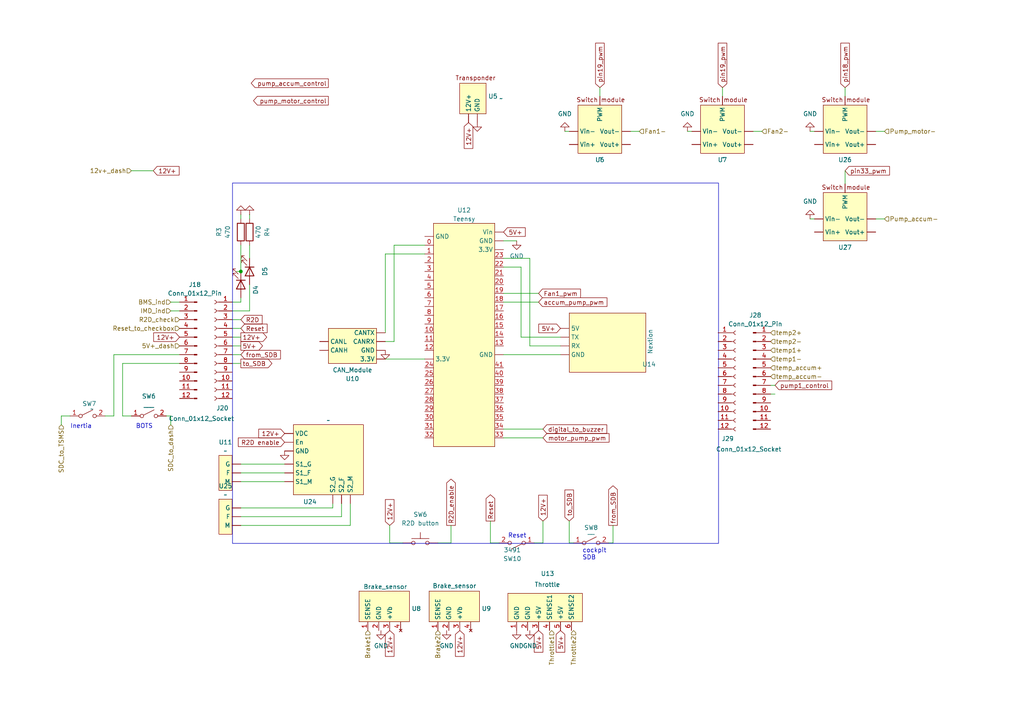
<source format=kicad_sch>
(kicad_sch (version 20231120) (generator "eeschema") (generator_version "8.0")
  (paper "A4")
  (lib_symbols
    (symbol "Connector:Conn_01x12_Pin" (pin_names (offset 1.016) hide)
      (property "Reference" "J" (at 0 15.24 0))
      (property "Value" "Conn_01x12_Pin" (at 0 -17.78 0))
      (symbol "Conn_01x12_Pin_1_1"
        (polyline (pts (xy 1.27 -15.24) (xy 0.8636 -15.24)) (stroke (width 0.1524)))
        (polyline (pts (xy 1.27 -12.7) (xy 0.8636 -12.7)) (stroke (width 0.1524)))
        (polyline (pts (xy 1.27 -10.16) (xy 0.8636 -10.16)) (stroke (width 0.1524)))
        (polyline (pts (xy 1.27 -7.62) (xy 0.8636 -7.62)) (stroke (width 0.1524)))
        (polyline (pts (xy 1.27 -5.08) (xy 0.8636 -5.08)) (stroke (width 0.1524)))
        (polyline (pts (xy 1.27 -2.54) (xy 0.8636 -2.54)) (stroke (width 0.1524)))
        (polyline (pts (xy 1.27 0) (xy 0.8636 0)) (stroke (width 0.1524)))
        (polyline (pts (xy 1.27 2.54) (xy 0.8636 2.54)) (stroke (width 0.1524)))
        (polyline (pts (xy 1.27 5.08) (xy 0.8636 5.08)) (stroke (width 0.1524)))
        (polyline (pts (xy 1.27 7.62) (xy 0.8636 7.62)) (stroke (width 0.1524)))
        (polyline (pts (xy 1.27 10.16) (xy 0.8636 10.16)) (stroke (width 0.1524)))
        (polyline (pts (xy 1.27 12.7) (xy 0.8636 12.7)) (stroke (width 0.1524)))
        (rectangle (start 0.8636 -15.113) (end 0 -15.367) (stroke (width 0.1524)) (fill (type outline)))
        (rectangle (start 0.8636 -12.573) (end 0 -12.827) (stroke (width 0.1524)) (fill (type outline)))
        (rectangle (start 0.8636 -10.033) (end 0 -10.287) (stroke (width 0.1524)) (fill (type outline)))
        (rectangle (start 0.8636 -7.493) (end 0 -7.747) (stroke (width 0.1524)) (fill (type outline)))
        (rectangle (start 0.8636 -4.953) (end 0 -5.207) (stroke (width 0.1524)) (fill (type outline)))
        (rectangle (start 0.8636 -2.413) (end 0 -2.667) (stroke (width 0.1524)) (fill (type outline)))
        (rectangle (start 0.8636 0.127) (end 0 -0.127) (stroke (width 0.1524)) (fill (type outline)))
        (rectangle (start 0.8636 2.667) (end 0 2.413) (stroke (width 0.1524)) (fill (type outline)))
        (rectangle (start 0.8636 5.207) (end 0 4.953) (stroke (width 0.1524)) (fill (type outline)))
        (rectangle (start 0.8636 7.747) (end 0 7.493) (stroke (width 0.1524)) (fill (type outline)))
        (rectangle (start 0.8636 10.287) (end 0 10.033) (stroke (width 0.1524)) (fill (type outline)))
        (rectangle (start 0.8636 12.827) (end 0 12.573) (stroke (width 0.1524)) (fill (type outline)))
        (pin passive line (at 5.08 12.7 180) (length 3.81) (name "Pin_1") (number "1"))
        (pin passive line (at 5.08 -10.16 180) (length 3.81) (name "Pin_10") (number "10"))
        (pin passive line (at 5.08 -12.7 180) (length 3.81) (name "Pin_11") (number "11"))
        (pin passive line (at 5.08 -15.24 180) (length 3.81) (name "Pin_12") (number "12"))
        (pin passive line (at 5.08 10.16 180) (length 3.81) (name "Pin_2") (number "2"))
        (pin passive line (at 5.08 7.62 180) (length 3.81) (name "Pin_3") (number "3"))
        (pin passive line (at 5.08 5.08 180) (length 3.81) (name "Pin_4") (number "4"))
        (pin passive line (at 5.08 2.54 180) (length 3.81) (name "Pin_5") (number "5"))
        (pin passive line (at 5.08 0 180) (length 3.81) (name "Pin_6") (number "6"))
        (pin passive line (at 5.08 -2.54 180) (length 3.81) (name "Pin_7") (number "7"))
        (pin passive line (at 5.08 -5.08 180) (length 3.81) (name "Pin_8") (number "8"))
        (pin passive line (at 5.08 -7.62 180) (length 3.81) (name "Pin_9") (number "9"))
      )
    )
    (symbol "Connector:Conn_01x12_Socket" (pin_names (offset 1.016) hide)
      (property "Reference" "J" (at 0 15.24 0))
      (property "Value" "Conn_01x12_Socket" (at 0 -17.78 0))
      (symbol "Conn_01x12_Socket_1_1"
        (arc (start 0 -14.732) (mid -0.5058 -15.24) (end 0 -15.748) (stroke (width 0.1524)))
        (arc (start 0 -12.192) (mid -0.5058 -12.7) (end 0 -13.208) (stroke (width 0.1524)))
        (arc (start 0 -9.652) (mid -0.5058 -10.16) (end 0 -10.668) (stroke (width 0.1524)))
        (arc (start 0 -7.112) (mid -0.5058 -7.62) (end 0 -8.128) (stroke (width 0.1524)))
        (arc (start 0 -4.572) (mid -0.5058 -5.08) (end 0 -5.588) (stroke (width 0.1524)))
        (arc (start 0 -2.032) (mid -0.5058 -2.54) (end 0 -3.048) (stroke (width 0.1524)))
        (polyline (pts (xy -1.27 -15.24) (xy -0.508 -15.24)) (stroke (width 0.1524)))
        (polyline (pts (xy -1.27 -12.7) (xy -0.508 -12.7)) (stroke (width 0.1524)))
        (polyline (pts (xy -1.27 -10.16) (xy -0.508 -10.16)) (stroke (width 0.1524)))
        (polyline (pts (xy -1.27 -7.62) (xy -0.508 -7.62)) (stroke (width 0.1524)))
        (polyline (pts (xy -1.27 -5.08) (xy -0.508 -5.08)) (stroke (width 0.1524)))
        (polyline (pts (xy -1.27 -2.54) (xy -0.508 -2.54)) (stroke (width 0.1524)))
        (polyline (pts (xy -1.27 0) (xy -0.508 0)) (stroke (width 0.1524)))
        (polyline (pts (xy -1.27 2.54) (xy -0.508 2.54)) (stroke (width 0.1524)))
        (polyline (pts (xy -1.27 5.08) (xy -0.508 5.08)) (stroke (width 0.1524)))
        (polyline (pts (xy -1.27 7.62) (xy -0.508 7.62)) (stroke (width 0.1524)))
        (polyline (pts (xy -1.27 10.16) (xy -0.508 10.16)) (stroke (width 0.1524)))
        (polyline (pts (xy -1.27 12.7) (xy -0.508 12.7)) (stroke (width 0.1524)))
        (arc (start 0 0.508) (mid -0.5058 0) (end 0 -0.508) (stroke (width 0.1524)))
        (arc (start 0 3.048) (mid -0.5058 2.54) (end 0 2.032) (stroke (width 0.1524)))
        (arc (start 0 5.588) (mid -0.5058 5.08) (end 0 4.572) (stroke (width 0.1524)))
        (arc (start 0 8.128) (mid -0.5058 7.62) (end 0 7.112) (stroke (width 0.1524)))
        (arc (start 0 10.668) (mid -0.5058 10.16) (end 0 9.652) (stroke (width 0.1524)))
        (arc (start 0 13.208) (mid -0.5058 12.7) (end 0 12.192) (stroke (width 0.1524)))
        (pin passive line (at -5.08 12.7 0) (length 3.81) (name "Pin_1") (number "1"))
        (pin passive line (at -5.08 -10.16 0) (length 3.81) (name "Pin_10") (number "10"))
        (pin passive line (at -5.08 -12.7 0) (length 3.81) (name "Pin_11") (number "11"))
        (pin passive line (at -5.08 -15.24 0) (length 3.81) (name "Pin_12") (number "12"))
        (pin passive line (at -5.08 10.16 0) (length 3.81) (name "Pin_2") (number "2"))
        (pin passive line (at -5.08 7.62 0) (length 3.81) (name "Pin_3") (number "3"))
        (pin passive line (at -5.08 5.08 0) (length 3.81) (name "Pin_4") (number "4"))
        (pin passive line (at -5.08 2.54 0) (length 3.81) (name "Pin_5") (number "5"))
        (pin passive line (at -5.08 0 0) (length 3.81) (name "Pin_6") (number "6"))
        (pin passive line (at -5.08 -2.54 0) (length 3.81) (name "Pin_7") (number "7"))
        (pin passive line (at -5.08 -5.08 0) (length 3.81) (name "Pin_8") (number "8"))
        (pin passive line (at -5.08 -7.62 0) (length 3.81) (name "Pin_9") (number "9"))
      )
    )
    (symbol "Device:LED" (pin_numbers hide) (pin_names (offset 1.016) hide)
      (property "Reference" "D" (at 0 2.54 0))
      (property "Value" "LED" (at 0 -2.54 0))
      (symbol "LED_0_1"
        (polyline (pts (xy -1.27 -1.27) (xy -1.27 1.27)) (stroke (width 0.254)))
        (polyline (pts (xy -1.27 0) (xy 1.27 0)))
        (polyline (pts (xy 1.27 -1.27) (xy 1.27 1.27) (xy -1.27 0) (xy 1.27 -1.27)) (stroke (width 0.254)))
        (polyline (pts (xy -3.048 -0.762) (xy -4.572 -2.286) (xy -3.81 -2.286) (xy -4.572 -2.286) (xy -4.572 -1.524)))
        (polyline (pts (xy -1.778 -0.762) (xy -3.302 -2.286) (xy -2.54 -2.286) (xy -3.302 -2.286) (xy -3.302 -1.524)))
      )
      (symbol "LED_1_1"
        (pin passive line (at -3.81 0 0) (length 2.54) (name "K") (number "1"))
        (pin passive line (at 3.81 0 180) (length 2.54) (name "A") (number "2"))
      )
    )
    (symbol "Device:R" (pin_numbers hide) (pin_names (offset 0))
      (property "Reference" "R" (at 2.032 0 90))
      (property "Value" "R" (at 0 0 90))
      (symbol "R_0_1"
        (rectangle (start -1.016 -2.54) (end 1.016 2.54) (stroke (width 0.254)))
      )
      (symbol "R_1_1"
        (pin passive line (at 0 3.81 270) (length 1.27) (name "~") (number "1"))
        (pin passive line (at 0 -3.81 90) (length 1.27) (name "~") (number "2"))
      )
    )
    (symbol "FSAE:Buzzer"
      (property "Reference" "U" (at 0 0 0))
      (symbol "Buzzer_1_1"
        (rectangle (start -10.16 8.89) (end 0 5.08) (fill (type background)))
        (pin input line (at -5.08 2.54 90) (length 2.54) (name "F") (number ""))
        (pin input line (at -7.62 2.54 90) (length 2.54) (name "G") (number ""))
        (pin input line (at -2.54 2.54 90) (length 2.54) (name "M") (number ""))
      )
    )
    (symbol "FSAE:Buzzer_board"
      (property "Reference" "U" (at 0 0 0))
      (symbol "Buzzer_board_1_1"
        (rectangle (start -11.43 22.86) (end 8.89 2.54) (fill (type background)))
        (pin input line (at 11.43 17.78 180) (length 2.54) (name "En") (number ""))
        (pin input line (at 11.43 15.24 180) (length 2.54) (name "GND") (number ""))
        (pin input line (at 11.43 8.89 180) (length 2.54) (name "S1_F") (number ""))
        (pin input line (at 11.43 11.43 180) (length 2.54) (name "S1_G") (number ""))
        (pin input line (at 11.43 6.35 180) (length 2.54) (name "S1_M") (number ""))
        (pin input line (at -5.08 0 90) (length 2.54) (name "S2_F") (number ""))
        (pin input line (at -2.54 0 90) (length 2.54) (name "S2_G") (number ""))
        (pin input line (at -7.62 0 90) (length 2.54) (name "S2_M") (number ""))
        (pin input line (at 11.43 20.32 180) (length 2.54) (name "VDC") (number ""))
      )
    )
    (symbol "FSAE:CAN_Module"
      (property "Reference" "U" (at 0 0 0))
      (property "Value" "CAN_Module" (at 0 -2.54 0))
      (symbol "CAN_Module_0_1"
        (rectangle (start -6.35 11.43) (end 7.62 1.27) (fill (type background)))
      )
      (symbol "CAN_Module_1_1"
        (pin power_in line (at -8.89 10.16 0) (length 2.54) (name "3.3V") (number ""))
        (pin bidirectional line (at 10.16 7.62 180) (length 2.54) (name "CANH") (number ""))
        (pin bidirectional line (at 10.16 5.08 180) (length 2.54) (name "CANL") (number ""))
        (pin bidirectional line (at -8.89 5.08 0) (length 2.54) (name "CANRX") (number ""))
        (pin bidirectional line (at -8.89 2.54 0) (length 2.54) (name "CANTX") (number ""))
        (pin bidirectional line (at -8.89 7.62 0) (length 2.54) (name "GND") (number ""))
      )
    )
    (symbol "FSAE:Nextion"
      (property "Reference" "U" (at 0 0 0))
      (symbol "Nextion_0_1"
        (rectangle (start -8.89 23.495) (end 8.255 1.27) (fill (type background)))
      )
      (symbol "Nextion_1_1"
        (pin input line (at 3.81 26.035 270) (length 2.54) (name "5V") (number ""))
        (pin bidirectional line (at -3.81 26.035 270) (length 2.54) (name "GND") (number ""))
        (pin input line (at -1.27 26.035 270) (length 2.54) (name "RX") (number ""))
        (pin output line (at 1.27 26.035 270) (length 2.54) (name "TX") (number ""))
      )
    )
    (symbol "FSAE:Teensy"
      (property "Reference" "U" (at 0 -8.89 0))
      (property "Value" "Teensy" (at 0 -10.16 0))
      (symbol "Teensy_0_1"
        (rectangle (start -8.89 57.15) (end 8.89 -7.62) (fill (type background)))
      )
      (symbol "Teensy_1_1"
        (pin power_out line (at -11.43 17.78 0) (length 2.54) (name "3.3V") (number ""))
        (pin power_out line (at 11.43 49.53 180) (length 2.54) (name "3.3V") (number ""))
        (pin bidirectional line (at -11.43 53.34 0) (length 2.54) (name "GND") (number ""))
        (pin bidirectional line (at 11.43 19.05 180) (length 2.54) (name "GND") (number ""))
        (pin bidirectional line (at 11.43 52.07 180) (length 2.54) (name "GND") (number ""))
        (pin power_in line (at 11.43 54.61 180) (length 2.54) (name "Vin") (number ""))
        (pin bidirectional line (at -11.43 50.8 0) (length 2.54) (name "") (number "0"))
        (pin bidirectional line (at -11.43 48.26 0) (length 2.54) (name "") (number "1"))
        (pin bidirectional line (at -11.43 25.4 0) (length 2.54) (name "") (number "10"))
        (pin bidirectional line (at -11.43 22.86 0) (length 2.54) (name "") (number "11"))
        (pin bidirectional line (at -11.43 20.32 0) (length 2.54) (name "") (number "12"))
        (pin bidirectional line (at 11.43 21.59 180) (length 2.54) (name "") (number "13"))
        (pin bidirectional line (at 11.43 24.13 180) (length 2.54) (name "") (number "14"))
        (pin bidirectional line (at 11.43 26.67 180) (length 2.54) (name "") (number "15"))
        (pin bidirectional line (at 11.43 29.21 180) (length 2.54) (name "") (number "16"))
        (pin bidirectional line (at 11.43 31.75 180) (length 2.54) (name "") (number "17"))
        (pin bidirectional line (at 11.43 34.29 180) (length 2.54) (name "") (number "18"))
        (pin bidirectional line (at 11.43 36.83 180) (length 2.54) (name "") (number "19"))
        (pin bidirectional line (at -11.43 45.72 0) (length 2.54) (name "") (number "2"))
        (pin bidirectional line (at 11.43 39.37 180) (length 2.54) (name "") (number "20"))
        (pin bidirectional line (at 11.43 41.91 180) (length 2.54) (name "") (number "21"))
        (pin bidirectional line (at 11.43 44.45 180) (length 2.54) (name "") (number "22"))
        (pin bidirectional line (at 11.43 46.99 180) (length 2.54) (name "") (number "23"))
        (pin bidirectional line (at -11.43 15.24 0) (length 2.54) (name "") (number "24"))
        (pin bidirectional line (at -11.43 12.7 0) (length 2.54) (name "") (number "25"))
        (pin bidirectional line (at -11.43 10.16 0) (length 2.54) (name "") (number "26"))
        (pin bidirectional line (at -11.43 7.62 0) (length 2.54) (name "") (number "27"))
        (pin bidirectional line (at -11.43 5.08 0) (length 2.54) (name "") (number "28"))
        (pin bidirectional line (at -11.43 2.54 0) (length 2.54) (name "") (number "29"))
        (pin bidirectional line (at -11.43 43.18 0) (length 2.54) (name "") (number "3"))
        (pin bidirectional line (at -11.43 0 0) (length 2.54) (name "") (number "30"))
        (pin bidirectional line (at -11.43 -2.54 0) (length 2.54) (name "") (number "31"))
        (pin bidirectional line (at -11.43 -5.08 0) (length 2.54) (name "") (number "32"))
        (pin bidirectional line (at 11.43 -5.08 180) (length 2.54) (name "") (number "33"))
        (pin bidirectional line (at 11.43 -2.54 180) (length 2.54) (name "") (number "34"))
        (pin bidirectional line (at 11.43 0 180) (length 2.54) (name "") (number "35"))
        (pin bidirectional line (at 11.43 2.54 180) (length 2.54) (name "") (number "36"))
        (pin bidirectional line (at 11.43 5.08 180) (length 2.54) (name "") (number "37"))
        (pin bidirectional line (at 11.43 7.62 180) (length 2.54) (name "") (number "38"))
        (pin bidirectional line (at 11.43 10.16 180) (length 2.54) (name "") (number "39"))
        (pin bidirectional line (at -11.43 40.64 0) (length 2.54) (name "") (number "4"))
        (pin bidirectional line (at 11.43 12.7 180) (length 2.54) (name "") (number "40"))
        (pin bidirectional line (at 11.43 15.24 180) (length 2.54) (name "") (number "41"))
        (pin bidirectional line (at -11.43 38.1 0) (length 2.54) (name "") (number "5"))
        (pin bidirectional line (at -11.43 35.56 0) (length 2.54) (name "") (number "6"))
        (pin bidirectional line (at -11.43 33.02 0) (length 2.54) (name "") (number "7"))
        (pin bidirectional line (at -11.43 30.48 0) (length 2.54) (name "") (number "8"))
        (pin bidirectional line (at -11.43 27.94 0) (length 2.54) (name "") (number "9"))
      )
    )
    (symbol "FSAE:Transponder"
      (property "Reference" "U" (at 0 0 0))
      (symbol "Transponder_1_1"
        (rectangle (start -2.54 10.16) (end 5.08 1.27) (fill (type background)))
        (text "Transponder" (at 2.032 11.684 0) (effects (font (size 1.27 1.27))))
        (pin input line (at 0 -1.27 90) (length 2.54) (name "12V+") (number ""))
        (pin input line (at 2.54 -1.27 90) (length 2.54) (name "GND") (number ""))
      )
    )
    (symbol "FSAE:brake_pressure"
      (property "Reference" "U17" (at -1.27 5.715 0))
      (property "Value" "~" (at 0 0 0))
      (symbol "brake_pressure_0_1"
        (rectangle (start -16.51 10.795) (end -1.905 1.905) (fill (type background)))
      )
      (symbol "brake_pressure_1_1"
        (pin input line (at -13.97 -0.635 90) (length 2.54) (name "SENSE") (number "1"))
        (pin input line (at -10.795 -0.635 90) (length 2.54) (name "GND") (number "2"))
        (pin input line (at -7.62 -0.635 90) (length 2.54) (name "+Vb") (number "3"))
        (pin no_connect line (at -4.445 -0.635 90) (length 2.54) (name "") (number "4"))
      )
    )
    (symbol "FSAE:switch_moduel"
      (property "Reference" "U" (at 0 0 0))
      (symbol "switch_moduel_1_1"
        (rectangle (start -6.35 19.05) (end 6.35 5.08) (fill (type background)))
        (text "Switch module\n" (at 0.254 3.556 0) (effects (font (size 1.27 1.27))))
        (pin input line (at 0 2.54 90) (length 2.54) (name "PWM") (number ""))
        (pin input line (at -8.89 16.51 0) (length 2.54) (name "Vin+") (number ""))
        (pin input line (at -8.89 12.7 0) (length 2.54) (name "Vin-") (number ""))
        (pin input line (at 8.89 16.51 180) (length 2.54) (name "Vout+") (number ""))
        (pin input line (at 8.89 12.7 180) (length 2.54) (name "Vout-") (number ""))
      )
    )
    (symbol "FSAE:throttle"
      (property "Reference" "U" (at 0 0 0))
      (symbol "throttle_0_1"
        (rectangle (start -11.43 -2.54) (end 10.16 -10.795) (fill (type background)))
      )
      (symbol "throttle_1_1"
        (pin input line (at -8.89 -13.335 90) (length 2.54) (name "GND") (number "1"))
        (pin input line (at -5.715 -13.335 90) (length 2.54) (name "GND") (number "2"))
        (pin input line (at -2.54 -13.335 90) (length 2.54) (name "+5V") (number "3"))
        (pin input line (at 0.635 -13.335 90) (length 2.54) (name "SENSE1") (number "4"))
        (pin input line (at 3.81 -13.335 90) (length 2.54) (name "+5V") (number "5"))
        (pin input line (at 6.985 -13.335 90) (length 2.54) (name "SENSE2") (number "6"))
      )
    )
    (symbol "GND_1" (power) (pin_numbers hide) (pin_names (offset 0) hide)
      (property "Value" "GND" (at 0 -3.81 0))
      (symbol "GND_1_0_1"
        (polyline (pts (xy 0 0) (xy 0 -1.27) (xy 1.27 -1.27) (xy 0 -2.54) (xy -1.27 -1.27) (xy 0 -1.27)))
      )
      (symbol "GND_1_1_1"
        (pin power_in line (at 0 0 270) (length 0) (name "~") (number "1"))
      )
    )
    (symbol "Switch:SW_Push" (pin_numbers hide) (pin_names (offset 1.016) hide)
      (property "Reference" "SW" (at 1.27 2.54 0))
      (property "Value" "SW_Push" (at 0 -1.524 0))
      (symbol "SW_Push_0_1"
        (circle (center -2.032 0) (radius 0.508))
        (polyline (pts (xy 0 1.27) (xy 0 3.048)))
        (polyline (pts (xy 2.54 1.27) (xy -2.54 1.27)))
        (circle (center 2.032 0) (radius 0.508))
        (pin passive line (at -5.08 0 0) (length 2.54) (name "1") (number "1"))
        (pin passive line (at 5.08 0 180) (length 2.54) (name "2") (number "2"))
      )
    )
    (symbol "Switch:SW_SPST" (pin_names (offset 0) hide)
      (property "Reference" "SW" (at 0 3.175 0))
      (property "Value" "SW_SPST" (at 0 -2.54 0))
      (symbol "SW_SPST_0_0"
        (circle (center -2.032 0) (radius 0.508))
        (polyline (pts (xy -1.524 0.254) (xy 1.524 1.778)))
        (circle (center 2.032 0) (radius 0.508))
      )
      (symbol "SW_SPST_1_1"
        (pin passive line (at -5.08 0 0) (length 2.54) (name "A") (number "1"))
        (pin passive line (at 5.08 0 180) (length 2.54) (name "B") (number "2"))
      )
    )
    (symbol "power:GND" (power) (pin_names (offset 0))
      (property "Value" "GND" (at 0 -3.81 0))
      (symbol "GND_0_1"
        (polyline (pts (xy 0 0) (xy 0 -1.27) (xy 1.27 -1.27) (xy 0 -2.54) (xy -1.27 -1.27) (xy 0 -1.27)))
      )
      (symbol "GND_1_1"
        (pin power_in line (at 0 0 270) (length 0) hide (name "GND") (number "1"))
      )
    )
  )
  (junction (at 69.85 78.74))
  (wire (pts (xy 223.52 114.3) (xy 224.79 114.3)))
  (wire (pts (xy 72.39 90.17) (xy 72.39 82.55)))
  (wire (pts (xy 69.85 134.62) (xy 82.55 134.62)))
  (wire (pts (xy 254 38.1) (xy 256.54 38.1)))
  (wire (pts (xy 165.1 151.13) (xy 165.1 157.48)))
  (wire (pts (xy 151.13 77.47) (xy 146.05 77.47)))
  (wire (pts (xy 17.78 120.65) (xy 17.78 123.19)))
  (wire (pts (xy 209.55 27.94) (xy 209.55 25.4)))
  (wire (pts (xy 33.02 120.65) (xy 30.48 120.65)))
  (wire (pts (xy 49.53 90.17) (xy 52.07 90.17)))
  (wire (pts (xy 114.3 71.12) (xy 114.3 99.06)))
  (wire (pts (xy 149.86 69.85) (xy 146.05 69.85)))
  (wire (pts (xy 146.05 87.63) (xy 156.21 87.63)))
  (wire (pts (xy 162.56 102.87) (xy 146.05 102.87)))
  (wire (pts (xy 123.19 104.14) (xy 111.76 104.14)))
  (wire (pts (xy 153.67 100.33) (xy 162.56 100.33)))
  (wire (pts (xy 151.13 97.79) (xy 151.13 77.47)))
  (wire (pts (xy 35.56 120.65) (xy 38.1 120.65)))
  (wire (pts (xy 142.24 157.48) (xy 144.78 157.48)))
  (wire (pts (xy 69.85 62.23) (xy 69.85 63.5)))
  (wire (pts (xy 113.03 157.48) (xy 116.84 157.48)))
  (wire (pts (xy 69.85 78.74) (xy 69.85 71.12)))
  (wire (pts (xy 200.66 38.1) (xy 199.39 38.1)))
  (wire (pts (xy 173.99 27.94) (xy 173.99 25.4)))
  (wire (pts (xy 49.53 87.63) (xy 52.07 87.63)))
  (wire (pts (xy 20.32 120.65) (xy 17.78 120.65)))
  (wire (pts (xy 245.11 27.94) (xy 245.11 25.4)))
  (wire (pts (xy 254 63.5) (xy 256.54 63.5)))
  (wire (pts (xy 146.05 124.46) (xy 157.48 124.46)))
  (wire (pts (xy 157.48 151.13) (xy 157.48 157.48)))
  (wire (pts (xy 113.03 152.4) (xy 113.03 157.48)))
  (wire (pts (xy 67.31 92.71) (xy 69.85 92.71)))
  (wire (pts (xy 153.67 74.93) (xy 153.67 100.33)))
  (wire (pts (xy 218.44 38.1) (xy 220.98 38.1)))
  (wire (pts (xy 96.52 147.32) (xy 96.52 146.05)))
  (wire (pts (xy 52.07 102.87) (xy 33.02 102.87)))
  (wire (pts (xy 99.06 146.05) (xy 99.06 149.86)))
  (wire (pts (xy 165.1 38.1) (xy 163.83 38.1)))
  (wire (pts (xy 69.85 87.63) (xy 69.85 86.36)))
  (wire (pts (xy 69.85 139.7) (xy 82.55 139.7)))
  (wire (pts (xy 69.85 152.4) (xy 101.6 152.4)))
  (wire (pts (xy 146.05 127) (xy 157.48 127)))
  (wire (pts (xy 49.53 120.65) (xy 48.26 120.65)))
  (wire (pts (xy 99.06 149.86) (xy 69.85 149.86)))
  (wire (pts (xy 236.22 63.5) (xy 234.95 63.5)))
  (wire (pts (xy 245.11 53.34) (xy 245.11 49.53)))
  (wire (pts (xy 69.85 100.33) (xy 67.31 100.33)))
  (wire (pts (xy 165.1 157.48) (xy 166.37 157.48)))
  (wire (pts (xy 177.8 157.48) (xy 176.53 157.48)))
  (wire (pts (xy 38.1 49.53) (xy 44.45 49.53)))
  (wire (pts (xy 72.39 62.23) (xy 72.39 63.5)))
  (wire (pts (xy 123.19 73.66) (xy 111.76 73.66)))
  (wire (pts (xy 162.56 97.79) (xy 151.13 97.79)))
  (wire (pts (xy 146.05 85.09) (xy 156.21 85.09)))
  (wire (pts (xy 69.85 105.41) (xy 67.31 105.41)))
  (wire (pts (xy 69.85 147.32) (xy 96.52 147.32)))
  (wire (pts (xy 142.24 151.13) (xy 142.24 157.48)))
  (wire (pts (xy 236.22 38.1) (xy 234.95 38.1)))
  (wire (pts (xy 35.56 105.41) (xy 35.56 120.65)))
  (wire (pts (xy 69.85 78.74) (xy 68.58 78.74)))
  (wire (pts (xy 101.6 152.4) (xy 101.6 146.05)))
  (wire (pts (xy 69.85 87.63) (xy 67.31 87.63)))
  (wire (pts (xy 49.53 123.19) (xy 49.53 120.65)))
  (wire (pts (xy 182.88 38.1) (xy 185.42 38.1)))
  (wire (pts (xy 69.85 137.16) (xy 82.55 137.16)))
  (wire (pts (xy 33.02 102.87) (xy 33.02 120.65)))
  (wire (pts (xy 67.31 90.17) (xy 72.39 90.17)))
  (wire (pts (xy 157.48 157.48) (xy 154.94 157.48)))
  (wire (pts (xy 69.85 102.87) (xy 67.31 102.87)))
  (wire (pts (xy 177.8 152.4) (xy 177.8 157.48)))
  (wire (pts (xy 130.81 152.4) (xy 130.81 157.48)))
  (wire (pts (xy 67.31 97.79) (xy 69.85 97.79)))
  (wire (pts (xy 130.81 157.48) (xy 127 157.48)))
  (wire (pts (xy 223.52 111.76) (xy 224.79 111.76)))
  (wire (pts (xy 114.3 99.06) (xy 111.76 99.06)))
  (wire (pts (xy 146.05 74.93) (xy 153.67 74.93)))
  (wire (pts (xy 111.76 96.52) (xy 111.76 73.66)))
  (wire (pts (xy 72.39 71.12) (xy 72.39 74.93)))
  (wire (pts (xy 67.31 95.25) (xy 69.85 95.25)))
  (wire (pts (xy 123.19 71.12) (xy 114.3 71.12)))
  (wire (pts (xy 35.56 105.41) (xy 52.07 105.41)))
  (rectangle (start 67.437 53.086) (end 208.407 157.607))
  (text "cockpit\nSDB\n" (at 168.91 162.56 0) (effects (font (size 1.27 1.27)) (justify left bottom)))
  (text "Inertia" (at 26.67 124.46 0) (effects (font (size 1.27 1.27)) (justify right bottom)))
  (text "BOTS\n" (at 39.37 124.46 0) (effects (font (size 1.27 1.27)) (justify left bottom)))
  (text "Reset" (at 147.32 156.21 0) (effects (font (size 1.27 1.27)) (justify left bottom)))
  (global_label "5V+" (shape output) (at 69.85 100.33 0) (property "Intersheetrefs" "${INTERSHEET_REFS}" (effects (hide yes))))
  (global_label "from_SDB" (shape input) (at 69.85 102.87 0) (property "Intersheetrefs" "${INTERSHEET_REFS}" (effects (hide yes))))
  (global_label "pin19_pwm" (shape input) (at 209.55 25.4 90) (property "Intersheetrefs" "${INTERSHEET_REFS}" (effects (hide yes))))
  (global_label "accum_pump_pwm" (shape input) (at 156.21 87.63 0) (property "Intersheetrefs" "${INTERSHEET_REFS}" (effects (hide yes))))
  (global_label "12V+" (shape input) (at 113.03 182.88 270) (property "Intersheetrefs" "${INTERSHEET_REFS}" (effects (hide yes))))
  (global_label "12V+" (shape input) (at 157.48 151.13 90) (property "Intersheetrefs" "${INTERSHEET_REFS}" (effects (hide yes))))
  (global_label "to_SDB" (shape output) (at 69.85 105.41 0) (property "Intersheetrefs" "${INTERSHEET_REFS}" (effects (hide yes))))
  (global_label "Fan1_pwm" (shape input) (at 156.21 85.09 0) (property "Intersheetrefs" "${INTERSHEET_REFS}" (effects (hide yes))))
  (global_label "12V+" (shape input) (at 113.03 152.4 90) (property "Intersheetrefs" "${INTERSHEET_REFS}" (effects (hide yes))))
  (global_label "12V+" (shape input) (at 135.89 35.56 270) (property "Intersheetrefs" "${INTERSHEET_REFS}" (effects (hide yes))))
  (global_label "12V+" (shape input) (at 133.35 182.88 270) (property "Intersheetrefs" "${INTERSHEET_REFS}" (effects (hide yes))))
  (global_label "12V+" (shape input) (at 52.07 97.79 180) (property "Intersheetrefs" "${INTERSHEET_REFS}" (effects (hide yes))))
  (global_label "5V+" (shape input) (at 162.56 182.88 270) (property "Intersheetrefs" "${INTERSHEET_REFS}" (effects (hide yes))))
  (global_label "pump1_control" (shape input) (at 224.79 111.76 0) (property "Intersheetrefs" "${INTERSHEET_REFS}" (effects (hide yes))))
  (global_label "from_SDB" (shape output) (at 177.8 152.4 90) (property "Intersheetrefs" "${INTERSHEET_REFS}" (effects (hide yes))))
  (global_label "pin33_pwm" (shape input) (at 245.11 49.53 0) (property "Intersheetrefs" "${INTERSHEET_REFS}" (effects (hide yes))))
  (global_label "12V+" (shape input) (at 44.45 49.53 0) (property "Intersheetrefs" "${INTERSHEET_REFS}" (effects (hide yes))))
  (global_label "pin18_pwm" (shape input) (at 245.11 25.4 90) (property "Intersheetrefs" "${INTERSHEET_REFS}" (effects (hide yes))))
  (global_label "pin19_pwm" (shape input) (at 173.99 25.4 90) (property "Intersheetrefs" "${INTERSHEET_REFS}" (effects (hide yes))))
  (global_label "5V+" (shape input) (at 146.05 67.31 0) (property "Intersheetrefs" "${INTERSHEET_REFS}" (effects (hide yes))))
  (global_label "5V+" (shape input) (at 156.21 182.88 270) (property "Intersheetrefs" "${INTERSHEET_REFS}" (effects (hide yes))))
  (global_label "R2D_enable" (shape output) (at 130.81 152.4 90) (property "Intersheetrefs" "${INTERSHEET_REFS}" (effects (hide yes))))
  (global_label "motor_pump_pwm" (shape input) (at 157.48 127 0) (property "Intersheetrefs" "${INTERSHEET_REFS}" (effects (hide yes))))
  (global_label "Reset" (shape input) (at 69.85 95.25 0) (property "Intersheetrefs" "${INTERSHEET_REFS}" (effects (hide yes))))
  (global_label "R2D enable" (shape input) (at 82.55 128.27 180) (property "Intersheetrefs" "${INTERSHEET_REFS}" (effects (hide yes))))
  (global_label "pump_motor_control" (shape output) (at 95.25 29.21 180) (property "Intersheetrefs" "${INTERSHEET_REFS}" (effects (hide yes))))
  (global_label "digital_to_buzzer" (shape input) (at 157.48 124.46 0) (property "Intersheetrefs" "${INTERSHEET_REFS}" (effects (hide yes))))
  (global_label "12V+" (shape input) (at 82.55 125.73 180) (property "Intersheetrefs" "${INTERSHEET_REFS}" (effects (hide yes))))
  (global_label "pump_accum_control" (shape output) (at 95.25 24.13 180) (property "Intersheetrefs" "${INTERSHEET_REFS}" (effects (hide yes))))
  (global_label "5V+" (shape input) (at 162.56 95.25 180) (property "Intersheetrefs" "${INTERSHEET_REFS}" (effects (hide yes))))
  (global_label "R2D" (shape input) (at 69.85 92.71 0) (property "Intersheetrefs" "${INTERSHEET_REFS}" (effects (hide yes))))
  (global_label "Reset" (shape output) (at 142.24 151.13 90) (property "Intersheetrefs" "${INTERSHEET_REFS}" (effects (hide yes))))
  (global_label "to_SDB" (shape input) (at 165.1 151.13 90) (property "Intersheetrefs" "${INTERSHEET_REFS}" (effects (hide yes))))
  (global_label "12V+" (shape output) (at 69.85 97.79 0) (property "Intersheetrefs" "${INTERSHEET_REFS}" (effects (hide yes))))
  (hierarchical_label "temp1-" (shape input) (at 223.52 104.14 0))
  (hierarchical_label "5V+_dash" (shape input) (at 52.07 100.33 180))
  (hierarchical_label "Pump_accum-" (shape input) (at 256.54 63.5 0))
  (hierarchical_label "BMS_ind" (shape input) (at 49.53 87.63 180))
  (hierarchical_label "Fan2-" (shape input) (at 220.98 38.1 0))
  (hierarchical_label "SDC_to_dash" (shape input) (at 49.53 123.19 270))
  (hierarchical_label "12v+_dash" (shape input) (at 38.1 49.53 180))
  (hierarchical_label "temp1+" (shape input) (at 223.52 101.6 0))
  (hierarchical_label "temp_accum+" (shape input) (at 223.52 106.68 0))
  (hierarchical_label "Brake1" (shape input) (at 106.68 182.88 270))
  (hierarchical_label "Reset_to_checkbox" (shape input) (at 52.07 95.25 180))
  (hierarchical_label "temp_accum-" (shape input) (at 223.52 109.22 0))
  (hierarchical_label "Throttle2" (shape input) (at 166.37 182.88 270))
  (hierarchical_label "Brake2" (shape input) (at 127 182.88 270))
  (hierarchical_label "R2D_check" (shape input) (at 52.07 92.71 180))
  (hierarchical_label "Pump_motor-" (shape input) (at 256.54 38.1 0))
  (hierarchical_label "IMD_ind" (shape input) (at 49.53 90.17 180))
  (hierarchical_label "temp2-" (shape input) (at 223.52 99.06 0))
  (hierarchical_label "Throttle1" (shape input) (at 160.02 182.88 270))
  (hierarchical_label "SDC_to_TSMS" (shape input) (at 17.78 123.19 270))
  (hierarchical_label "Fan1-" (shape input) (at 185.42 38.1 0))
  (hierarchical_label "temp2+" (shape input) (at 223.52 96.52 0))
  (symbol (lib_id "Connector:Conn_01x12_Pin") (at 57.15 100.33 0) (mirror y) (unit 1)
    (property "Reference" "J18" (at 56.515 82.55 0))
    (property "Value" "Conn_01x12_Pin" (at 56.515 85.09 0))
    (property "Description" "Generic connector, single row, 01x12, script generated" (effects (hide yes)))
  )
  (symbol (lib_id "Device:LED") (at 72.39 78.74 270) (unit 1)
    (property "Reference" "D5" (at 76.835 78.74 0))
    (property "Value" "LED" (effects (hide yes)))
    (property "Description" "Light emitting diode" (effects (hide yes)))
  )
  (symbol (lib_id "power:GND") (at 149.86 182.88 0) (unit 1)
    (property "Reference" "#PWR016" (effects (hide yes)))
    (property "Value" "GND" (at 149.86 187.325 0))
  )
  (symbol (lib_id "power:GND") (at 138.43 35.56 0) (unit 1)
    (property "Reference" "#PWR07" (effects (hide yes)))
    (property "Value" "GND" (effects (hide yes)))
  )
  (symbol (lib_id "Switch:SW_Push") (at 121.92 157.48 0) (unit 1)
    (property "Reference" "SW6" (at 121.92 149.225 0))
    (property "Value" "R2D button" (at 121.92 151.765 0))
    (property "Description" "Push button switch, generic, two pins" (effects (hide yes)))
  )
  (symbol (lib_id "power:GND") (at 111.76 101.6 0) (mirror y) (unit 1)
    (property "Reference" "#PWR013" (effects (hide yes)))
    (property "Value" "GND" (effects (hide yes)))
  )
  (symbol (lib_id "Switch:SW_SPST") (at 25.4 120.65 0) (unit 1)
    (property "Reference" "SW7" (at 25.908 117.094 0))
    (property "Value" "~" (at 26.67 118.618 0))
  )
  (symbol (lib_id "FSAE:switch_moduel") (at 245.11 25.4 0) (mirror x) (unit 1)
    (property "Reference" "U26" (at 245.11 46.355 0))
    (property "Value" "~" (at 245.364 45.72 0))
  )
  (symbol (lib_id "Device:R") (at 69.85 67.31 180) (unit 1)
    (property "Reference" "R3" (at 63.5 67.31 90))
    (property "Value" "470" (at 66.04 67.31 90))
    (property "Description" "Resistor" (effects (hide yes)))
  )
  (symbol (lib_id "power:GND") (at 110.49 182.88 0) (unit 1)
    (property "Reference" "#PWR011" (effects (hide yes)))
    (property "Value" "GND" (at 110.49 187.325 0))
  )
  (symbol (lib_id "Switch:SW_SPST") (at 43.18 120.65 0) (unit 1)
    (property "Reference" "SW6" (at 43.18 114.935 0))
    (property "Value" "___" (at 43.18 117.475 0))
    (instances (project "Electrical_system" (path "" (reference "SW6") (unit 1)) (path "" (reference "SW5") (unit 1))) (project "Accumulator_t_2" (path "" (reference "SW10") (unit 1))) (project "checkbox" (path "" (reference "SW5") (unit 1))) (project "checkbox" (path "" (reference "SW6") (unit 1))) (project "Electrical_system_rev2" (path "" (reference "SW9") (unit 1))) (project "SDC_Schematic" (path "" (reference "SW8") (unit 1))))
  )
  (symbol (lib_id "power:GND") (at 234.95 38.1 180) (unit 1)
    (property "Reference" "#PWR02" (effects (hide yes)))
    (property "Value" "GND" (at 234.95 33.02 0))
    (property "Description" "Power symbol creates a global label with name \"GND\" , ground" (effects (hide yes)))
  )
  (symbol (lib_id "FSAE:brake_pressure") (at 140.97 182.245 0) (unit 1)
    (property "Reference" "U9" (at 139.7 176.53 0) (effects (justify left)))
    (property "Value" "Brake_sensor" (at 131.826 169.926 0))
  )
  (symbol (lib_id "FSAE:Nextion") (at 188.595 99.06 90) (unit 1)
    (property "Reference" "U14" (at 190.246 105.664 90) (effects (justify left)))
    (property "Value" "Nextion" (at 188.595 99.06 0))
  )
  (symbol (lib_id "Connector:Conn_01x12_Socket") (at 213.36 109.22 0) (unit 1)
    (property "Reference" "J29" (at 211.074 127.254 0))
    (property "Value" "Conn_01x12_Socket" (at 217.17 130.302 0))
    (property "Description" "Generic connector, single row, 01x12, script generated" (effects (hide yes)))
  )
  (symbol (lib_id "FSAE:switch_moduel") (at 245.11 50.8 0) (mirror x) (unit 1)
    (property "Reference" "U27" (at 245.11 71.755 0))
    (property "Value" "~" (at 245.364 71.12 0))
  )
  (symbol (lib_id "FSAE:Buzzer_board") (at 93.98 146.05 0) (mirror y) (unit 1)
    (property "Reference" "U24" (at 89.916 145.542 0))
    (property "Value" "~" (at 95.25 121.92 0))
  )
  (symbol (lib_id "power:GND") (at 234.95 63.5 180) (unit 1)
    (property "Reference" "#PWR023" (effects (hide yes)))
    (property "Value" "GND" (at 234.95 58.42 0))
    (property "Description" "Power symbol creates a global label with name \"GND\" , ground" (effects (hide yes)))
  )
  (symbol (lib_id "Connector:Conn_01x12_Socket") (at 62.23 100.33 0) (mirror y) (unit 1)
    (property "Reference" "J20" (at 64.516 118.364 0))
    (property "Value" "Conn_01x12_Socket" (at 58.42 121.412 0))
    (property "Description" "Generic connector, single row, 01x12, script generated" (effects (hide yes)))
  )
  (symbol (lib_id "power:GND") (at 199.39 38.1 180) (unit 1)
    (property "Reference" "#PWR09" (effects (hide yes)))
    (property "Value" "GND" (at 199.39 33.02 0))
    (property "Description" "Power symbol creates a global label with name \"GND\" , ground" (effects (hide yes)))
  )
  (symbol (lib_id "power:GND") (at 129.54 182.88 0) (unit 1)
    (property "Reference" "#PWR012" (effects (hide yes)))
    (property "Value" "GND" (at 129.54 187.325 0))
  )
  (symbol (lib_id "FSAE:Teensy") (at 134.62 121.92 0) (unit 1)
    (property "Reference" "U12" (at 134.62 60.96 0))
    (property "Value" "Teensy" (at 134.62 63.5 0))
  )
  (symbol (lib_id "Switch:SW_SPST") (at 149.86 157.48 180) (unit 1)
    (property "Reference" "SW10" (at 148.59 162.052 0))
    (property "Value" "3491" (at 148.59 159.512 0))
  )
  (symbol (lib_id "power:GND") (at 163.83 38.1 180) (unit 1)
    (property "Reference" "#PWR08" (effects (hide yes)))
    (property "Value" "GND" (at 163.83 33.02 0))
    (property "Description" "Power symbol creates a global label with name \"GND\" , ground" (effects (hide yes)))
  )
  (symbol (lib_id "power:GND") (at 82.55 130.81 0) (mirror y) (unit 1)
    (property "Reference" "#PWR018" (effects (hide yes)))
    (property "Value" "GND" (effects (hide yes)))
  )
  (symbol (lib_name "GND_1") (lib_id "power:GND") (at 69.85 62.23 180) (unit 1)
    (property "Reference" "#PWR014" (effects (hide yes)))
    (property "Value" "GND" (effects (hide yes)))
    (property "Description" "Power symbol creates a global label with name \"GND\" , ground" (effects (hide yes)))
  )
  (symbol (lib_id "FSAE:Buzzer") (at 72.39 154.94 90) (mirror x) (unit 1)
    (property "Reference" "U25" (at 65.405 140.97 90))
    (property "Value" "~" (at 65.405 143.51 90))
  )
  (symbol (lib_id "FSAE:CAN_Module") (at 102.87 93.98 180) (unit 1)
    (property "Reference" "U10" (at 102.235 109.855 0))
    (property "Value" "CAN_Module" (at 102.235 107.315 0))
  )
  (symbol (lib_id "FSAE:Transponder") (at 135.89 34.29 0) (unit 1)
    (property "Reference" "U5" (at 141.605 27.94 0) (effects (justify left)))
    (property "Value" "~" (at 144.78 28.5722 0) (effects (justify left)))
  )
  (symbol (lib_id "Connector:Conn_01x12_Pin") (at 218.44 109.22 0) (unit 1)
    (property "Reference" "J28" (at 219.075 91.44 0))
    (property "Value" "Conn_01x12_Pin" (at 219.075 93.98 0))
    (property "Description" "Generic connector, single row, 01x12, script generated" (effects (hide yes)))
  )
  (symbol (lib_id "FSAE:Buzzer") (at 72.39 142.24 90) (mirror x) (unit 1)
    (property "Reference" "U11" (at 65.405 128.27 90))
    (property "Value" "~" (at 65.405 130.81 90))
  )
  (symbol (lib_name "GND_1") (lib_id "power:GND") (at 72.39 62.23 180) (unit 1)
    (property "Reference" "#PWR015" (effects (hide yes)))
    (property "Value" "GND" (effects (hide yes)))
    (property "Description" "Power symbol creates a global label with name \"GND\" , ground" (effects (hide yes)))
  )
  (symbol (lib_id "Switch:SW_SPST") (at 171.45 157.48 0) (unit 1)
    (property "Reference" "SW8" (at 171.45 153.035 0))
    (property "Value" "__" (at 171.45 154.305 0))
  )
  (symbol (lib_id "FSAE:switch_moduel") (at 173.99 25.4 0) (mirror x) (unit 1)
    (property "Reference" "U6" (at 173.99 46.355 0))
    (property "Value" "~" (at 174.244 45.72 0))
  )
  (symbol (lib_id "Device:LED") (at 69.85 82.55 270) (unit 1)
    (property "Reference" "D4" (at 74.168 84.074 0))
    (property "Value" "LED" (effects (hide yes)))
    (property "Description" "Light emitting diode" (effects (hide yes)))
  )
  (symbol (lib_id "FSAE:switch_moduel") (at 209.55 25.4 0) (mirror x) (unit 1)
    (property "Reference" "U7" (at 209.55 46.355 0))
    (property "Value" "~" (at 209.804 45.72 0))
  )
  (symbol (lib_id "power:GND") (at 153.67 182.88 0) (unit 1)
    (property "Reference" "#PWR017" (effects (hide yes)))
    (property "Value" "GND" (at 153.67 187.325 0))
  )
  (symbol (lib_id "power:GND") (at 149.86 69.85 0) (mirror y) (unit 1)
    (property "Reference" "#PWR010" (effects (hide yes)))
    (property "Value" "GND" (at 149.86 74.295 0))
  )
  (symbol (lib_id "FSAE:throttle") (at 158.75 169.545 0) (unit 1)
    (property "Reference" "U13" (at 156.845 166.37 0) (effects (justify left)))
    (property "Value" "Throttle" (at 158.75 169.545 0))
  )
  (symbol (lib_id "FSAE:brake_pressure") (at 120.65 182.245 0) (unit 1)
    (property "Reference" "U8" (at 119.38 176.53 0) (effects (justify left)))
    (property "Value" "Brake_sensor" (at 111.76 170.18 0))
  )
  (symbol (lib_id "Device:R") (at 72.39 67.31 180) (unit 1)
    (property "Reference" "R4" (at 77.47 67.31 90))
    (property "Value" "470" (at 74.93 67.31 90))
    (property "Description" "Resistor" (effects (hide yes)))
  )
)
</source>
